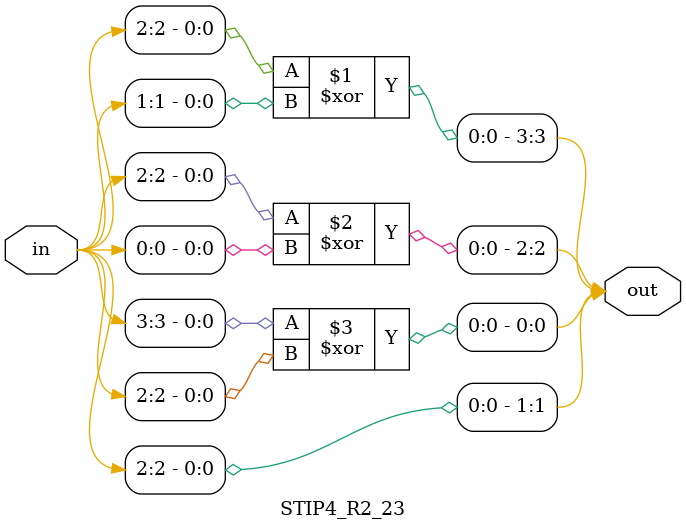
<source format=v>
module  STIP4_R2_23(in,out);
input[3:0] in;
output[3:0] out;
wire[3:0] out;
assign out[3]=in[2]^in[1];
assign out[2]=in[2]^in[0];
assign out[1]=in[2];
assign out[0]=in[3]^in[2];
endmodule

</source>
